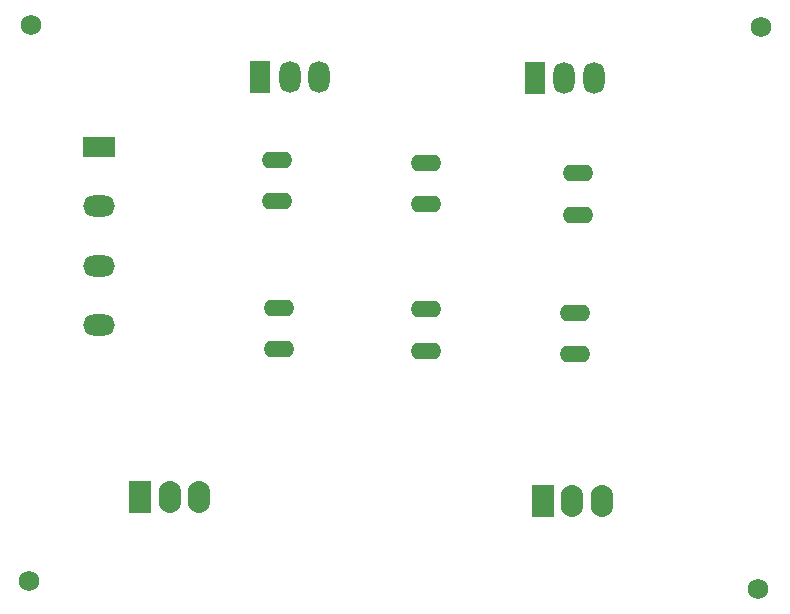
<source format=gts>
G04*
G04 #@! TF.GenerationSoftware,Altium Limited,Altium Designer,20.2.6 (244)*
G04*
G04 Layer_Color=8388736*
%FSLAX25Y25*%
%MOIN*%
G70*
G04*
G04 #@! TF.SameCoordinates,E07979D3-0FA8-472C-B39E-0A4441D90CF7*
G04*
G04*
G04 #@! TF.FilePolarity,Negative*
G04*
G01*
G75*
%ADD13O,0.10642X0.07099*%
%ADD14R,0.10642X0.07099*%
%ADD15R,0.07099X0.10642*%
%ADD16O,0.07099X0.10642*%
%ADD17O,0.07493X0.10642*%
%ADD18R,0.07493X0.10642*%
%ADD19O,0.10200X0.05524*%
%ADD20C,0.06800*%
D13*
X157480Y378740D02*
D03*
Y339370D02*
D03*
Y359055D02*
D03*
D14*
Y398425D02*
D03*
D15*
X302756Y421654D02*
D03*
X211315Y422000D02*
D03*
D16*
X312598Y421654D02*
D03*
X322441D02*
D03*
X221157Y422000D02*
D03*
X231000D02*
D03*
D17*
X325197Y280709D02*
D03*
X315354D02*
D03*
X181102Y281890D02*
D03*
X190945D02*
D03*
D18*
X305512Y280709D02*
D03*
X171260Y281890D02*
D03*
D19*
X316142Y343307D02*
D03*
Y329528D02*
D03*
X266535Y344488D02*
D03*
Y330709D02*
D03*
X217717Y344882D02*
D03*
Y331102D02*
D03*
X317323Y389764D02*
D03*
Y375984D02*
D03*
X266500Y393280D02*
D03*
Y379500D02*
D03*
X217000Y380500D02*
D03*
Y394280D02*
D03*
D20*
X378346Y438583D02*
D03*
X377165Y251181D02*
D03*
X134252Y253937D02*
D03*
X135039Y439370D02*
D03*
M02*

</source>
